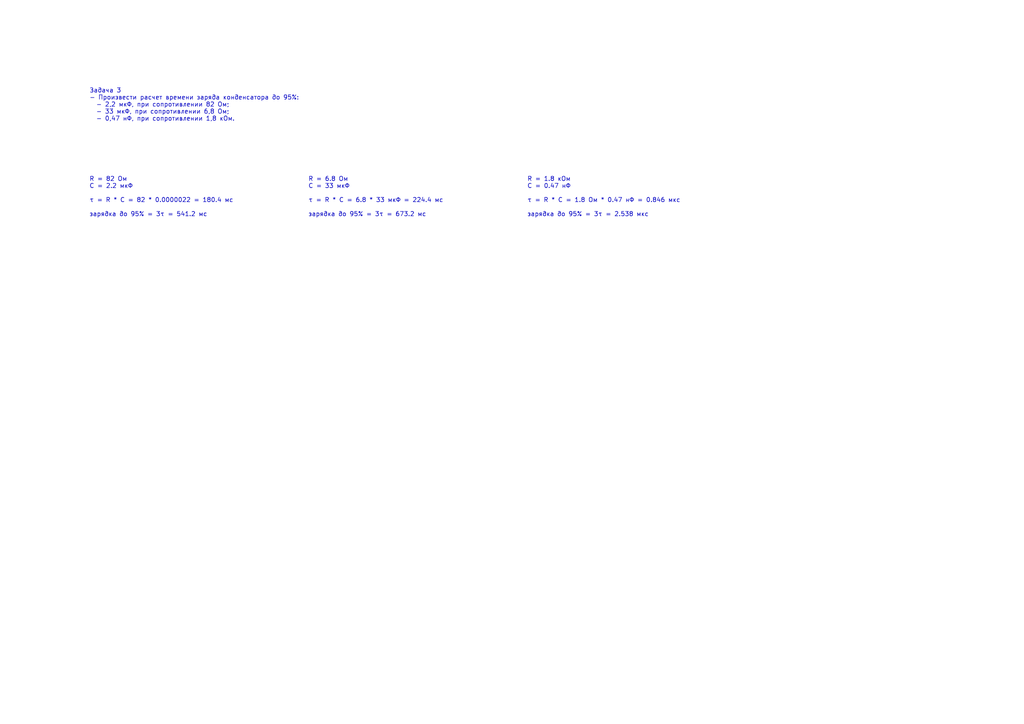
<source format=kicad_sch>
(kicad_sch
	(version 20231120)
	(generator "eeschema")
	(generator_version "8.0")
	(uuid "264baa99-d23d-4898-be37-9747e0c67b85")
	(paper "A4")
	(lib_symbols)
	(text "R = 1.8 кОм\nC = 0.47 нФ\n\nτ = R * C = 1.8 Ом * 0.47 нФ = 0.846 мкс\n\nзарядка до 95% = 3τ = 2.538 мкс"
		(exclude_from_sim no)
		(at 152.908 51.308 0)
		(effects
			(font
				(size 1.27 1.27)
			)
			(justify left top)
		)
		(uuid "0cc352a2-601f-4f28-9d9b-b48ceb96ce6b")
	)
	(text "R = 82 Ом\nC = 2.2 мкФ\n\nτ = R * C = 82 * 0.0000022 = 180.4 мс\n\nзарядка до 95% = 3τ = 541.2 мс"
		(exclude_from_sim no)
		(at 25.908 51.308 0)
		(effects
			(font
				(size 1.27 1.27)
			)
			(justify left top)
		)
		(uuid "794f57de-7630-4fd3-bfa6-735a6db7a89a")
	)
	(text "Задача 3 \n- Произвести расчет времени заряда конденсатора до 95%:\n  - 2,2 мкФ, при сопротивлении 82 Ом;\n  - 33 мкФ, при сопротивлении 6,8 Ом;\n  - 0,47 нФ, при сопротивлении 1,8 кОм."
		(exclude_from_sim no)
		(at 25.908 25.654 0)
		(effects
			(font
				(size 1.27 1.27)
			)
			(justify left top)
		)
		(uuid "843c3110-6ab4-474b-9163-2f17d84d3b0b")
	)
	(text "R = 6.8 Ом\nC = 33 мкФ\n\nτ = R * C = 6.8 * 33 мкФ = 224.4 мс\n\nзарядка до 95% = 3τ = 673.2 мс"
		(exclude_from_sim no)
		(at 89.408 51.308 0)
		(effects
			(font
				(size 1.27 1.27)
			)
			(justify left top)
		)
		(uuid "c3305ab3-5353-4c18-9daf-08f2796dc8bf")
	)
)

</source>
